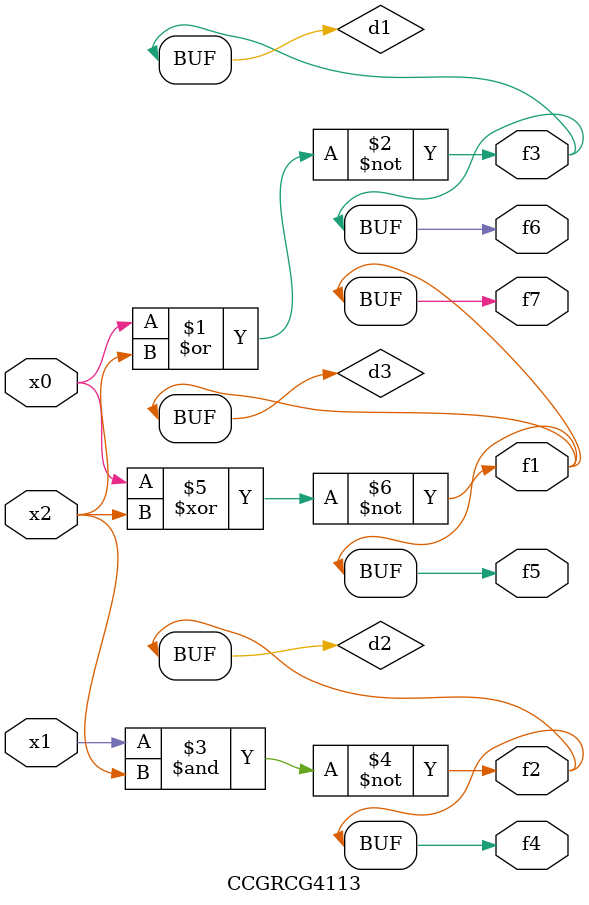
<source format=v>
module CCGRCG4113(
	input x0, x1, x2,
	output f1, f2, f3, f4, f5, f6, f7
);

	wire d1, d2, d3;

	nor (d1, x0, x2);
	nand (d2, x1, x2);
	xnor (d3, x0, x2);
	assign f1 = d3;
	assign f2 = d2;
	assign f3 = d1;
	assign f4 = d2;
	assign f5 = d3;
	assign f6 = d1;
	assign f7 = d3;
endmodule

</source>
